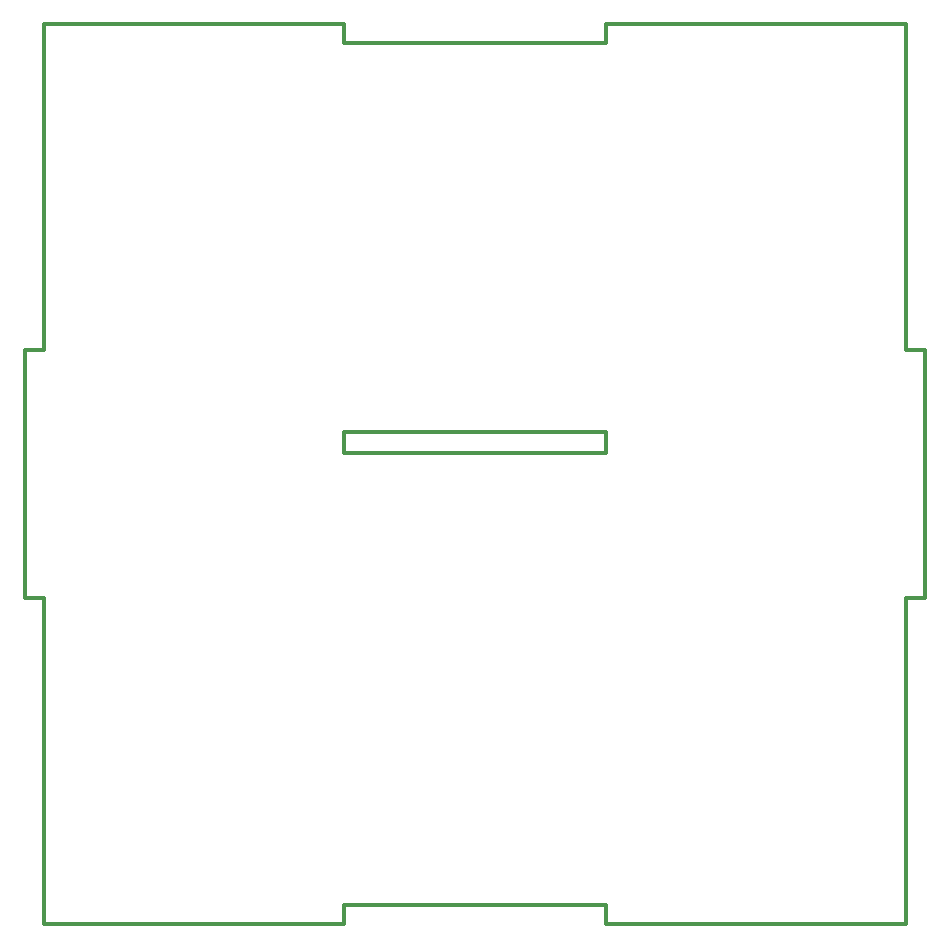
<source format=gbr>
%TF.GenerationSoftware,KiCad,Pcbnew,7.0.5-0*%
%TF.CreationDate,2024-04-21T20:10:05-04:00*%
%TF.ProjectId,swr_meter_right,7377725f-6d65-4746-9572-5f7269676874,rev?*%
%TF.SameCoordinates,Original*%
%TF.FileFunction,Profile,NP*%
%FSLAX46Y46*%
G04 Gerber Fmt 4.6, Leading zero omitted, Abs format (unit mm)*
G04 Created by KiCad (PCBNEW 7.0.5-0) date 2024-04-21 20:10:05*
%MOMM*%
%LPD*%
G01*
G04 APERTURE LIST*
%TA.AperFunction,Profile*%
%ADD10C,0.349999*%
%TD*%
G04 APERTURE END LIST*
D10*
X147599993Y-23799999D02*
X172999993Y-23799999D01*
X174637995Y-72400001D02*
X174637995Y-51399997D01*
X147599993Y-100000000D02*
X172999993Y-100000000D01*
X125399994Y-100000000D02*
X125399994Y-98400001D01*
X125399996Y-58319997D02*
X147599996Y-58319997D01*
X100000000Y-51400001D02*
X100000000Y-23799999D01*
X125399996Y-60099997D02*
X125399996Y-58319997D01*
X172999993Y-51400001D02*
X172999993Y-23799999D01*
X147599993Y-25400001D02*
X147599993Y-23799999D01*
X174637995Y-51400001D02*
X172999993Y-51400001D01*
X100000000Y-51400001D02*
X98399994Y-51400001D01*
X172999993Y-100000000D02*
X172999993Y-72400001D01*
X147599993Y-100000000D02*
X147599993Y-98400001D01*
X125399994Y-25400001D02*
X147599993Y-25400001D01*
X174637995Y-72400001D02*
X172999993Y-72400001D01*
X147599996Y-60099997D02*
X125399996Y-60099997D01*
X100000000Y-100000000D02*
X125399994Y-100000000D01*
X100000000Y-72400001D02*
X98399994Y-72400001D01*
X125399994Y-25400001D02*
X125399994Y-23799999D01*
X147599996Y-58319997D02*
X147599996Y-60099997D01*
X100000000Y-100000000D02*
X100000000Y-72400001D01*
X98399994Y-51400001D02*
X98399994Y-72400001D01*
X100000000Y-23799999D02*
X125399994Y-23799999D01*
X125399994Y-98400001D02*
X147599993Y-98400001D01*
M02*

</source>
